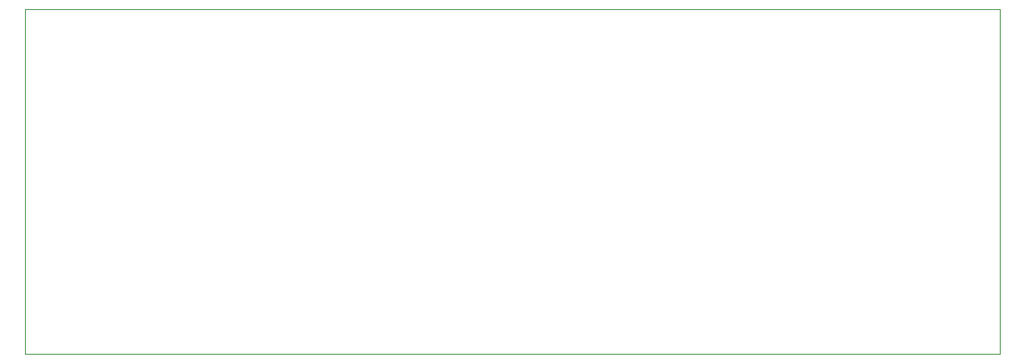
<source format=gbr>
%TF.GenerationSoftware,KiCad,Pcbnew,(6.0.4)*%
%TF.CreationDate,2022-04-24T19:44:18+02:00*%
%TF.ProjectId,fancy-clock,66616e63-792d-4636-9c6f-636b2e6b6963,rev 1.0*%
%TF.SameCoordinates,Original*%
%TF.FileFunction,Profile,NP*%
%FSLAX46Y46*%
G04 Gerber Fmt 4.6, Leading zero omitted, Abs format (unit mm)*
G04 Created by KiCad (PCBNEW (6.0.4)) date 2022-04-24 19:44:18*
%MOMM*%
%LPD*%
G01*
G04 APERTURE LIST*
%TA.AperFunction,Profile*%
%ADD10C,0.100000*%
%TD*%
G04 APERTURE END LIST*
D10*
X104460500Y-58674000D02*
X203514500Y-58674000D01*
X203514500Y-58674000D02*
X203514500Y-93710000D01*
X203514500Y-93710000D02*
X104460500Y-93710000D01*
X104460500Y-93710000D02*
X104460500Y-58674000D01*
M02*

</source>
